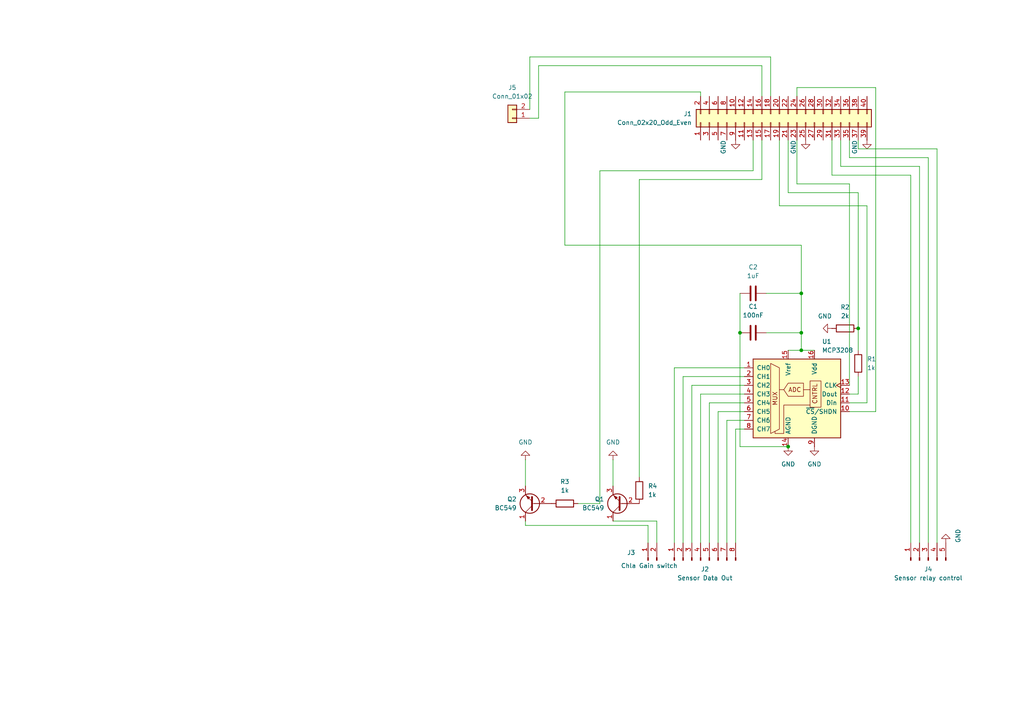
<source format=kicad_sch>
(kicad_sch (version 20231120) (generator "eeschema") (generator_version "8.0")
  (paper "A4")
  (lib_symbols
    (symbol "Analog_ADC:MCP3208" (pin_names (offset 1.016))
      (property "Reference" "U" (at -5.08 13.335 0))
      (property "Value" "MCP3208" (at -5.08 11.43 0))
      (symbol "MCP3208_0_0"
        (text "ADC" (at -0.635 1.27 0) (effects (font (size 1.27 1.27))))
        (text "CNTRL" (at 5.969 -2.921 900) (effects (font (size 1.27 1.27)) (justify left bottom)))
        (text "MUX" (at -6.35 -1.27 900) (effects (font (size 1.27 1.27))))
      )
      (symbol "MCP3208_0_1"
        (polyline (pts (xy -3.81 1.27) (xy -5.08 1.27)))
        (polyline (pts (xy 1.905 1.27) (xy 3.81 1.27)))
        (polyline (pts (xy -7.62 8.89) (xy -7.62 -11.43) (xy -5.08 -10.16) (xy -5.08 7.62) (xy -7.62 8.89)))
        (polyline (pts (xy 3.81 -3.175) (xy -3.81 -3.175) (xy -3.81 -11.43) (xy -6.35 -11.43) (xy -6.35 -10.795)))
        (polyline (pts (xy 1.905 3.175) (xy 1.905 -0.635) (xy -2.54 -0.635) (xy -3.81 1.27) (xy -2.54 3.175) (xy 1.905 3.175)))
        (rectangle (start 3.81 -3.81) (end 6.985 3.81))
        (rectangle (start 12.7 -12.7) (end -12.7 10.16) (stroke (width 0.254)) (fill (type background)))
      )
      (symbol "MCP3208_1_1"
        (pin input line (at -15.24 7.62 0) (length 2.54) (name "CH0") (number "1"))
        (pin input line (at 15.24 -5.08 180) (length 2.54) (name "~{CS}/SHDN") (number "10"))
        (pin input line (at 15.24 -2.54 180) (length 2.54) (name "Din") (number "11"))
        (pin output line (at 15.24 0 180) (length 2.54) (name "Dout") (number "12"))
        (pin input clock (at 15.24 2.54 180) (length 2.54) (name "CLK") (number "13"))
        (pin power_in line (at -2.54 -15.24 90) (length 2.54) (name "AGND") (number "14"))
        (pin power_in line (at -2.54 12.7 270) (length 2.54) (name "Vref") (number "15"))
        (pin power_in line (at 5.08 12.7 270) (length 2.54) (name "Vdd") (number "16"))
        (pin input line (at -15.24 5.08 0) (length 2.54) (name "CH1") (number "2"))
        (pin input line (at -15.24 2.54 0) (length 2.54) (name "CH2") (number "3"))
        (pin input line (at -15.24 0 0) (length 2.54) (name "CH3") (number "4"))
        (pin input line (at -15.24 -2.54 0) (length 2.54) (name "CH4") (number "5"))
        (pin input line (at -15.24 -5.08 0) (length 2.54) (name "CH5") (number "6"))
        (pin input line (at -15.24 -7.62 0) (length 2.54) (name "CH6") (number "7"))
        (pin input line (at -15.24 -10.16 0) (length 2.54) (name "CH7") (number "8"))
        (pin power_in line (at 5.08 -15.24 90) (length 2.54) (name "DGND") (number "9"))
      )
    )
    (symbol "Connector:Conn_01x02_Pin" (pin_names (offset 1.016) hide)
      (property "Reference" "J" (at 0 2.54 0))
      (property "Value" "Conn_01x02_Pin" (at 0 -5.08 0))
      (symbol "Conn_01x02_Pin_1_1"
        (polyline (pts (xy 1.27 -2.54) (xy 0.8636 -2.54)) (stroke (width 0.1524)))
        (polyline (pts (xy 1.27 0) (xy 0.8636 0)) (stroke (width 0.1524)))
        (rectangle (start 0.8636 -2.413) (end 0 -2.667) (stroke (width 0.1524)) (fill (type outline)))
        (rectangle (start 0.8636 0.127) (end 0 -0.127) (stroke (width 0.1524)) (fill (type outline)))
        (pin passive line (at 5.08 0 180) (length 3.81) (name "Pin_1") (number "1"))
        (pin passive line (at 5.08 -2.54 180) (length 3.81) (name "Pin_2") (number "2"))
      )
    )
    (symbol "Connector:Conn_01x05_Pin" (pin_names (offset 1.016) hide)
      (property "Reference" "J" (at 0 7.62 0))
      (property "Value" "Conn_01x05_Pin" (at 0 -7.62 0))
      (symbol "Conn_01x05_Pin_1_1"
        (polyline (pts (xy 1.27 -5.08) (xy 0.8636 -5.08)) (stroke (width 0.1524)))
        (polyline (pts (xy 1.27 -2.54) (xy 0.8636 -2.54)) (stroke (width 0.1524)))
        (polyline (pts (xy 1.27 0) (xy 0.8636 0)) (stroke (width 0.1524)))
        (polyline (pts (xy 1.27 2.54) (xy 0.8636 2.54)) (stroke (width 0.1524)))
        (polyline (pts (xy 1.27 5.08) (xy 0.8636 5.08)) (stroke (width 0.1524)))
        (rectangle (start 0.8636 -4.953) (end 0 -5.207) (stroke (width 0.1524)) (fill (type outline)))
        (rectangle (start 0.8636 -2.413) (end 0 -2.667) (stroke (width 0.1524)) (fill (type outline)))
        (rectangle (start 0.8636 0.127) (end 0 -0.127) (stroke (width 0.1524)) (fill (type outline)))
        (rectangle (start 0.8636 2.667) (end 0 2.413) (stroke (width 0.1524)) (fill (type outline)))
        (rectangle (start 0.8636 5.207) (end 0 4.953) (stroke (width 0.1524)) (fill (type outline)))
        (pin passive line (at 5.08 5.08 180) (length 3.81) (name "Pin_1") (number "1"))
        (pin passive line (at 5.08 2.54 180) (length 3.81) (name "Pin_2") (number "2"))
        (pin passive line (at 5.08 0 180) (length 3.81) (name "Pin_3") (number "3"))
        (pin passive line (at 5.08 -2.54 180) (length 3.81) (name "Pin_4") (number "4"))
        (pin passive line (at 5.08 -5.08 180) (length 3.81) (name "Pin_5") (number "5"))
      )
    )
    (symbol "Connector:Conn_01x08_Pin" (pin_names (offset 1.016) hide)
      (property "Reference" "J" (at 0 10.16 0))
      (property "Value" "Conn_01x08_Pin" (at 0 -12.7 0))
      (symbol "Conn_01x08_Pin_1_1"
        (polyline (pts (xy 1.27 -10.16) (xy 0.8636 -10.16)) (stroke (width 0.1524)))
        (polyline (pts (xy 1.27 -7.62) (xy 0.8636 -7.62)) (stroke (width 0.1524)))
        (polyline (pts (xy 1.27 -5.08) (xy 0.8636 -5.08)) (stroke (width 0.1524)))
        (polyline (pts (xy 1.27 -2.54) (xy 0.8636 -2.54)) (stroke (width 0.1524)))
        (polyline (pts (xy 1.27 0) (xy 0.8636 0)) (stroke (width 0.1524)))
        (polyline (pts (xy 1.27 2.54) (xy 0.8636 2.54)) (stroke (width 0.1524)))
        (polyline (pts (xy 1.27 5.08) (xy 0.8636 5.08)) (stroke (width 0.1524)))
        (polyline (pts (xy 1.27 7.62) (xy 0.8636 7.62)) (stroke (width 0.1524)))
        (rectangle (start 0.8636 -10.033) (end 0 -10.287) (stroke (width 0.1524)) (fill (type outline)))
        (rectangle (start 0.8636 -7.493) (end 0 -7.747) (stroke (width 0.1524)) (fill (type outline)))
        (rectangle (start 0.8636 -4.953) (end 0 -5.207) (stroke (width 0.1524)) (fill (type outline)))
        (rectangle (start 0.8636 -2.413) (end 0 -2.667) (stroke (width 0.1524)) (fill (type outline)))
        (rectangle (start 0.8636 0.127) (end 0 -0.127) (stroke (width 0.1524)) (fill (type outline)))
        (rectangle (start 0.8636 2.667) (end 0 2.413) (stroke (width 0.1524)) (fill (type outline)))
        (rectangle (start 0.8636 5.207) (end 0 4.953) (stroke (width 0.1524)) (fill (type outline)))
        (rectangle (start 0.8636 7.747) (end 0 7.493) (stroke (width 0.1524)) (fill (type outline)))
        (pin passive line (at 5.08 7.62 180) (length 3.81) (name "Pin_1") (number "1"))
        (pin passive line (at 5.08 5.08 180) (length 3.81) (name "Pin_2") (number "2"))
        (pin passive line (at 5.08 2.54 180) (length 3.81) (name "Pin_3") (number "3"))
        (pin passive line (at 5.08 0 180) (length 3.81) (name "Pin_4") (number "4"))
        (pin passive line (at 5.08 -2.54 180) (length 3.81) (name "Pin_5") (number "5"))
        (pin passive line (at 5.08 -5.08 180) (length 3.81) (name "Pin_6") (number "6"))
        (pin passive line (at 5.08 -7.62 180) (length 3.81) (name "Pin_7") (number "7"))
        (pin passive line (at 5.08 -10.16 180) (length 3.81) (name "Pin_8") (number "8"))
      )
    )
    (symbol "Connector_Generic:Conn_01x02" (pin_names (offset 1.016) hide)
      (property "Reference" "J" (at 0 2.54 0))
      (property "Value" "Conn_01x02" (at 0 -5.08 0))
      (symbol "Conn_01x02_1_1"
        (rectangle (start -1.27 -2.413) (end 0 -2.667) (stroke (width 0.1524)))
        (rectangle (start -1.27 0.127) (end 0 -0.127) (stroke (width 0.1524)))
        (rectangle (start -1.27 1.27) (end 1.27 -3.81) (stroke (width 0.254)) (fill (type background)))
        (pin passive line (at -5.08 0 0) (length 3.81) (name "Pin_1") (number "1"))
        (pin passive line (at -5.08 -2.54 0) (length 3.81) (name "Pin_2") (number "2"))
      )
    )
    (symbol "Connector_Generic:Conn_02x20_Odd_Even" (pin_names (offset 1.016) hide)
      (property "Reference" "J" (at 1.27 25.4 0))
      (property "Value" "Conn_02x20_Odd_Even" (at 1.27 -27.94 0))
      (symbol "Conn_02x20_Odd_Even_1_1"
        (rectangle (start -1.27 -25.273) (end 0 -25.527) (stroke (width 0.1524)))
        (rectangle (start -1.27 -22.733) (end 0 -22.987) (stroke (width 0.1524)))
        (rectangle (start -1.27 -20.193) (end 0 -20.447) (stroke (width 0.1524)))
        (rectangle (start -1.27 -17.653) (end 0 -17.907) (stroke (width 0.1524)))
        (rectangle (start -1.27 -15.113) (end 0 -15.367) (stroke (width 0.1524)))
        (rectangle (start -1.27 -12.573) (end 0 -12.827) (stroke (width 0.1524)))
        (rectangle (start -1.27 -10.033) (end 0 -10.287) (stroke (width 0.1524)))
        (rectangle (start -1.27 -7.493) (end 0 -7.747) (stroke (width 0.1524)))
        (rectangle (start -1.27 -4.953) (end 0 -5.207) (stroke (width 0.1524)))
        (rectangle (start -1.27 -2.413) (end 0 -2.667) (stroke (width 0.1524)))
        (rectangle (start -1.27 0.127) (end 0 -0.127) (stroke (width 0.1524)))
        (rectangle (start -1.27 2.667) (end 0 2.413) (stroke (width 0.1524)))
        (rectangle (start -1.27 5.207) (end 0 4.953) (stroke (width 0.1524)))
        (rectangle (start -1.27 7.747) (end 0 7.493) (stroke (width 0.1524)))
        (rectangle (start -1.27 10.287) (end 0 10.033) (stroke (width 0.1524)))
        (rectangle (start -1.27 12.827) (end 0 12.573) (stroke (width 0.1524)))
        (rectangle (start -1.27 15.367) (end 0 15.113) (stroke (width 0.1524)))
        (rectangle (start -1.27 17.907) (end 0 17.653) (stroke (width 0.1524)))
        (rectangle (start -1.27 20.447) (end 0 20.193) (stroke (width 0.1524)))
        (rectangle (start -1.27 22.987) (end 0 22.733) (stroke (width 0.1524)))
        (rectangle (start -1.27 24.13) (end 3.81 -26.67) (stroke (width 0.254)) (fill (type background)))
        (rectangle (start 3.81 -25.273) (end 2.54 -25.527) (stroke (width 0.1524)))
        (rectangle (start 3.81 -22.733) (end 2.54 -22.987) (stroke (width 0.1524)))
        (rectangle (start 3.81 -20.193) (end 2.54 -20.447) (stroke (width 0.1524)))
        (rectangle (start 3.81 -17.653) (end 2.54 -17.907) (stroke (width 0.1524)))
        (rectangle (start 3.81 -15.113) (end 2.54 -15.367) (stroke (width 0.1524)))
        (rectangle (start 3.81 -12.573) (end 2.54 -12.827) (stroke (width 0.1524)))
        (rectangle (start 3.81 -10.033) (end 2.54 -10.287) (stroke (width 0.1524)))
        (rectangle (start 3.81 -7.493) (end 2.54 -7.747) (stroke (width 0.1524)))
        (rectangle (start 3.81 -4.953) (end 2.54 -5.207) (stroke (width 0.1524)))
        (rectangle (start 3.81 -2.413) (end 2.54 -2.667) (stroke (width 0.1524)))
        (rectangle (start 3.81 0.127) (end 2.54 -0.127) (stroke (width 0.1524)))
        (rectangle (start 3.81 2.667) (end 2.54 2.413) (stroke (width 0.1524)))
        (rectangle (start 3.81 5.207) (end 2.54 4.953) (stroke (width 0.1524)))
        (rectangle (start 3.81 7.747) (end 2.54 7.493) (stroke (width 0.1524)))
        (rectangle (start 3.81 10.287) (end 2.54 10.033) (stroke (width 0.1524)))
        (rectangle (start 3.81 12.827) (end 2.54 12.573) (stroke (width 0.1524)))
        (rectangle (start 3.81 15.367) (end 2.54 15.113) (stroke (width 0.1524)))
        (rectangle (start 3.81 17.907) (end 2.54 17.653) (stroke (width 0.1524)))
        (rectangle (start 3.81 20.447) (end 2.54 20.193) (stroke (width 0.1524)))
        (rectangle (start 3.81 22.987) (end 2.54 22.733) (stroke (width 0.1524)))
        (pin passive line (at -5.08 22.86 0) (length 3.81) (name "Pin_1") (number "1"))
        (pin passive line (at 7.62 12.7 180) (length 3.81) (name "Pin_10") (number "10"))
        (pin passive line (at -5.08 10.16 0) (length 3.81) (name "Pin_11") (number "11"))
        (pin passive line (at 7.62 10.16 180) (length 3.81) (name "Pin_12") (number "12"))
        (pin passive line (at -5.08 7.62 0) (length 3.81) (name "Pin_13") (number "13"))
        (pin passive line (at 7.62 7.62 180) (length 3.81) (name "Pin_14") (number "14"))
        (pin passive line (at -5.08 5.08 0) (length 3.81) (name "Pin_15") (number "15"))
        (pin passive line (at 7.62 5.08 180) (length 3.81) (name "Pin_16") (number "16"))
        (pin passive line (at -5.08 2.54 0) (length 3.81) (name "Pin_17") (number "17"))
        (pin passive line (at 7.62 2.54 180) (length 3.81) (name "Pin_18") (number "18"))
        (pin passive line (at -5.08 0 0) (length 3.81) (name "Pin_19") (number "19"))
        (pin passive line (at 7.62 22.86 180) (length 3.81) (name "Pin_2") (number "2"))
        (pin passive line (at 7.62 0 180) (length 3.81) (name "Pin_20") (number "20"))
        (pin passive line (at -5.08 -2.54 0) (length 3.81) (name "Pin_21") (number "21"))
        (pin passive line (at 7.62 -2.54 180) (length 3.81) (name "Pin_22") (number "22"))
        (pin passive line (at -5.08 -5.08 0) (length 3.81) (name "Pin_23") (number "23"))
        (pin passive line (at 7.62 -5.08 180) (length 3.81) (name "Pin_24") (number "24"))
        (pin passive line (at -5.08 -7.62 0) (length 3.81) (name "Pin_25") (number "25"))
        (pin passive line (at 7.62 -7.62 180) (length 3.81) (name "Pin_26") (number "26"))
        (pin passive line (at -5.08 -10.16 0) (length 3.81) (name "Pin_27") (number "27"))
        (pin passive line (at 7.62 -10.16 180) (length 3.81) (name "Pin_28") (number "28"))
        (pin passive line (at -5.08 -12.7 0) (length 3.81) (name "Pin_29") (number "29"))
        (pin passive line (at -5.08 20.32 0) (length 3.81) (name "Pin_3") (number "3"))
        (pin passive line (at 7.62 -12.7 180) (length 3.81) (name "Pin_30") (number "30"))
        (pin passive line (at -5.08 -15.24 0) (length 3.81) (name "Pin_31") (number "31"))
        (pin passive line (at 7.62 -15.24 180) (length 3.81) (name "Pin_32") (number "32"))
        (pin passive line (at -5.08 -17.78 0) (length 3.81) (name "Pin_33") (number "33"))
        (pin passive line (at 7.62 -17.78 180) (length 3.81) (name "Pin_34") (number "34"))
        (pin passive line (at -5.08 -20.32 0) (length 3.81) (name "Pin_35") (number "35"))
        (pin passive line (at 7.62 -20.32 180) (length 3.81) (name "Pin_36") (number "36"))
        (pin passive line (at -5.08 -22.86 0) (length 3.81) (name "Pin_37") (number "37"))
        (pin passive line (at 7.62 -22.86 180) (length 3.81) (name "Pin_38") (number "38"))
        (pin passive line (at -5.08 -25.4 0) (length 3.81) (name "Pin_39") (number "39"))
        (pin passive line (at 7.62 20.32 180) (length 3.81) (name "Pin_4") (number "4"))
        (pin passive line (at 7.62 -25.4 180) (length 3.81) (name "Pin_40") (number "40"))
        (pin passive line (at -5.08 17.78 0) (length 3.81) (name "Pin_5") (number "5"))
        (pin passive line (at 7.62 17.78 180) (length 3.81) (name "Pin_6") (number "6"))
        (pin passive line (at -5.08 15.24 0) (length 3.81) (name "Pin_7") (number "7"))
        (pin passive line (at 7.62 15.24 180) (length 3.81) (name "Pin_8") (number "8"))
        (pin passive line (at -5.08 12.7 0) (length 3.81) (name "Pin_9") (number "9"))
      )
    )
    (symbol "Device:C" (pin_numbers hide) (pin_names (offset 0.254))
      (property "Reference" "C" (at 0.635 2.54 0))
      (property "Value" "C" (at 0.635 -2.54 0))
      (symbol "C_0_1"
        (polyline (pts (xy -2.032 -0.762) (xy 2.032 -0.762)) (stroke (width 0.508)))
        (polyline (pts (xy -2.032 0.762) (xy 2.032 0.762)) (stroke (width 0.508)))
      )
      (symbol "C_1_1"
        (pin passive line (at 0 3.81 270) (length 2.794) (name "~") (number "1"))
        (pin passive line (at 0 -3.81 90) (length 2.794) (name "~") (number "2"))
      )
    )
    (symbol "Device:R" (pin_numbers hide) (pin_names (offset 0))
      (property "Reference" "R" (at 2.032 0 90))
      (property "Value" "R" (at 0 0 90))
      (symbol "R_0_1"
        (rectangle (start -1.016 -2.54) (end 1.016 2.54) (stroke (width 0.254)))
      )
      (symbol "R_1_1"
        (pin passive line (at 0 3.81 270) (length 1.27) (name "~") (number "1"))
        (pin passive line (at 0 -3.81 90) (length 1.27) (name "~") (number "2"))
      )
    )
    (symbol "Transistor_BJT:BC549" (pin_names (offset 0) hide)
      (property "Reference" "Q" (at 5.08 1.905 0))
      (property "Value" "BC549" (at 5.08 0 0))
      (symbol "BC549_0_1"
        (polyline (pts (xy 0 0) (xy 0.635 0)))
        (polyline (pts (xy 0.635 0.635) (xy 2.54 2.54)))
        (polyline (pts (xy 0.635 -0.635) (xy 2.54 -2.54) (xy 2.54 -2.54)))
        (polyline (pts (xy 0.635 1.905) (xy 0.635 -1.905) (xy 0.635 -1.905)) (stroke (width 0.508)))
        (polyline (pts (xy 1.27 -1.778) (xy 1.778 -1.27) (xy 2.286 -2.286) (xy 1.27 -1.778) (xy 1.27 -1.778)) (fill (type outline)))
        (circle (center 1.27 0) (radius 2.8194) (stroke (width 0.254)))
      )
      (symbol "BC549_1_1"
        (pin passive line (at 2.54 5.08 270) (length 2.54) (name "C") (number "1"))
        (pin input line (at -5.08 0 0) (length 5.08) (name "B") (number "2"))
        (pin passive line (at 2.54 -5.08 90) (length 2.54) (name "E") (number "3"))
      )
    )
    (symbol "power:GND" (power) (pin_numbers hide) (pin_names (offset 0) hide)
      (property "Value" "GND" (at 0 -3.81 0))
      (symbol "GND_0_1"
        (polyline (pts (xy 0 0) (xy 0 -1.27) (xy 1.27 -1.27) (xy 0 -2.54) (xy -1.27 -1.27) (xy 0 -1.27)))
      )
      (symbol "GND_1_1"
        (pin power_in line (at 0 0 270) (length 0) (name "~") (number "1"))
      )
    )
    (symbol "power:GNDPWR" (power) (pin_numbers hide) (pin_names (offset 0) hide)
      (property "Value" "GNDPWR" (at 0 -3.302 0))
      (symbol "GNDPWR_0_1"
        (polyline (pts (xy 0 -1.27) (xy 0 0)))
        (polyline (pts (xy -1.016 -1.27) (xy -1.27 -2.032) (xy -1.27 -2.032)) (stroke (width 0.2032)))
        (polyline (pts (xy -0.508 -1.27) (xy -0.762 -2.032) (xy -0.762 -2.032)) (stroke (width 0.2032)))
        (polyline (pts (xy 0 -1.27) (xy -0.254 -2.032) (xy -0.254 -2.032)) (stroke (width 0.2032)))
        (polyline (pts (xy 0.508 -1.27) (xy 0.254 -2.032) (xy 0.254 -2.032)) (stroke (width 0.2032)))
        (polyline (pts (xy 1.016 -1.27) (xy -1.016 -1.27) (xy -1.016 -1.27)) (stroke (width 0.2032)))
        (polyline (pts (xy 1.016 -1.27) (xy 0.762 -2.032) (xy 0.762 -2.032) (xy 0.762 -2.032)) (stroke (width 0.2032)))
      )
      (symbol "GNDPWR_1_1"
        (pin power_in line (at 0 0 270) (length 0) (name "~") (number "1"))
      )
    )
  )
  (junction (at 248.92 95.25))
  (junction (at 232.41 96.52))
  (junction (at 232.41 101.6))
  (junction (at 214.63 96.52))
  (junction (at 232.41 85.09))
  (junction (at 228.6 129.54))
  (wire (pts (xy 214.63 85.09) (xy 214.63 96.52)))
  (wire (pts (xy 248.92 114.3) (xy 248.92 109.22)))
  (wire (pts (xy 251.46 59.69) (xy 226.06 59.69)))
  (wire (pts (xy 271.78 43.18) (xy 271.78 157.48)))
  (wire (pts (xy 264.16 50.8) (xy 241.3 50.8)))
  (wire (pts (xy 200.66 111.76) (xy 200.66 157.48)))
  (wire (pts (xy 213.36 124.46) (xy 215.9 124.46)))
  (wire (pts (xy 215.9 111.76) (xy 200.66 111.76)))
  (wire (pts (xy 163.83 71.12) (xy 163.83 26.67)))
  (wire (pts (xy 266.7 157.48) (xy 266.7 48.26)))
  (wire (pts (xy 269.24 157.48) (xy 269.24 45.72)))
  (wire (pts (xy 185.42 52.07) (xy 185.42 138.43)))
  (wire (pts (xy 232.41 101.6) (xy 232.41 96.52)))
  (wire (pts (xy 205.74 116.84) (xy 205.74 157.48)))
  (wire (pts (xy 185.42 52.07) (xy 220.98 52.07)))
  (wire (pts (xy 269.24 45.72) (xy 246.38 45.72)))
  (wire (pts (xy 187.96 152.4) (xy 152.4 152.4)))
  (wire (pts (xy 203.2 114.3) (xy 203.2 157.48)))
  (wire (pts (xy 228.6 40.64) (xy 228.6 55.88)))
  (wire (pts (xy 241.3 40.64) (xy 241.3 50.8)))
  (wire (pts (xy 220.98 27.94) (xy 220.98 19.05)))
  (wire (pts (xy 215.9 121.92) (xy 210.82 121.92)))
  (wire (pts (xy 152.4 133.35) (xy 152.4 140.97)))
  (wire (pts (xy 187.96 157.48) (xy 187.96 152.4)))
  (wire (pts (xy 246.38 53.34) (xy 231.14 53.34)))
  (wire (pts (xy 248.92 55.88) (xy 228.6 55.88)))
  (wire (pts (xy 248.92 95.25) (xy 248.92 55.88)))
  (wire (pts (xy 231.14 53.34) (xy 231.14 40.64)))
  (wire (pts (xy 231.14 25.4) (xy 231.14 27.94)))
  (wire (pts (xy 156.21 19.05) (xy 156.21 34.29)))
  (wire (pts (xy 232.41 101.6) (xy 236.22 101.6)))
  (wire (pts (xy 254 25.4) (xy 231.14 25.4)))
  (wire (pts (xy 222.25 85.09) (xy 232.41 85.09)))
  (wire (pts (xy 163.83 26.67) (xy 203.2 26.67)))
  (wire (pts (xy 198.12 109.22) (xy 198.12 157.48)))
  (wire (pts (xy 226.06 59.69) (xy 226.06 40.64)))
  (wire (pts (xy 220.98 52.07) (xy 220.98 40.64)))
  (wire (pts (xy 177.8 133.35) (xy 177.8 140.97)))
  (wire (pts (xy 210.82 121.92) (xy 210.82 157.48)))
  (wire (pts (xy 246.38 40.64) (xy 246.38 45.72)))
  (wire (pts (xy 228.6 101.6) (xy 232.41 101.6)))
  (wire (pts (xy 214.63 129.54) (xy 228.6 129.54)))
  (wire (pts (xy 254 119.38) (xy 254 25.4)))
  (wire (pts (xy 232.41 96.52) (xy 232.41 85.09)))
  (wire (pts (xy 232.41 85.09) (xy 232.41 71.12)))
  (wire (pts (xy 215.9 109.22) (xy 198.12 109.22)))
  (wire (pts (xy 264.16 157.48) (xy 264.16 50.8)))
  (wire (pts (xy 167.64 146.05) (xy 173.99 146.05)))
  (wire (pts (xy 152.4 151.13) (xy 152.4 152.4)))
  (wire (pts (xy 205.74 116.84) (xy 215.9 116.84)))
  (wire (pts (xy 246.38 53.34) (xy 246.38 111.76)))
  (wire (pts (xy 220.98 19.05) (xy 156.21 19.05)))
  (wire (pts (xy 246.38 116.84) (xy 251.46 116.84)))
  (wire (pts (xy 248.92 40.64) (xy 248.92 43.18)))
  (wire (pts (xy 173.99 49.53) (xy 173.99 146.05)))
  (wire (pts (xy 243.84 40.64) (xy 243.84 48.26)))
  (wire (pts (xy 223.52 16.51) (xy 223.52 27.94)))
  (wire (pts (xy 173.99 49.53) (xy 218.44 49.53)))
  (wire (pts (xy 266.7 48.26) (xy 243.84 48.26)))
  (wire (pts (xy 213.36 124.46) (xy 213.36 157.48)))
  (wire (pts (xy 215.9 114.3) (xy 203.2 114.3)))
  (wire (pts (xy 214.63 96.52) (xy 214.63 129.54)))
  (wire (pts (xy 222.25 96.52) (xy 232.41 96.52)))
  (wire (pts (xy 195.58 106.68) (xy 195.58 157.48)))
  (wire (pts (xy 203.2 26.67) (xy 203.2 27.94)))
  (wire (pts (xy 232.41 71.12) (xy 163.83 71.12)))
  (wire (pts (xy 248.92 95.25) (xy 248.92 101.6)))
  (wire (pts (xy 208.28 119.38) (xy 208.28 157.48)))
  (wire (pts (xy 190.5 157.48) (xy 190.5 151.13)))
  (wire (pts (xy 248.92 43.18) (xy 271.78 43.18)))
  (wire (pts (xy 153.67 34.29) (xy 156.21 34.29)))
  (wire (pts (xy 177.8 151.13) (xy 190.5 151.13)))
  (wire (pts (xy 195.58 106.68) (xy 215.9 106.68)))
  (wire (pts (xy 153.67 31.75) (xy 153.67 16.51)))
  (wire (pts (xy 208.28 119.38) (xy 215.9 119.38)))
  (wire (pts (xy 246.38 114.3) (xy 248.92 114.3)))
  (wire (pts (xy 251.46 116.84) (xy 251.46 59.69)))
  (wire (pts (xy 246.38 119.38) (xy 254 119.38)))
  (wire (pts (xy 153.67 16.51) (xy 223.52 16.51)))
  (wire (pts (xy 218.44 49.53) (xy 218.44 40.64)))
  (symbol (lib_id "Device:R") (at 245.11 95.25 90) (unit 1)
    (property "Reference" "R2" (at 245.11 89.0908 90))
    (property "Value" "2k" (at 245.11 91.6308 90))
    (property "Footprint" "Resistor_THT:R_Axial_DIN0204_L3.6mm_D1.6mm_P5.08mm_Horizontal" (effects (hide yes)))
    (property "Description" "Resistor" (effects (hide yes)))
  )
  (symbol (lib_id "power:GND") (at 213.36 40.64 0) (unit 1)
    (property "Reference" "#PWR02" (effects (hide yes)))
    (property "Value" "GND" (at 209.804 40.64 90) (effects (justify right)))
    (property "Description" "Power symbol creates a global label with name \"GND\" , ground" (effects (hide yes)))
  )
  (symbol (lib_id "power:GND") (at 236.22 129.54 0) (unit 1)
    (property "Reference" "#PWR01" (effects (hide yes)))
    (property "Value" "GND" (at 236.22 134.62 0))
    (property "Description" "Power symbol creates a global label with name \"GND\" , ground" (effects (hide yes)))
  )
  (symbol (lib_id "Transistor_BJT:BC549") (at 180.34 146.05 180) (unit 1)
    (property "Reference" "Q1" (at 175.26 144.7799 0) (effects (justify left)))
    (property "Value" "BC549" (at 175.26 147.3199 0) (effects (justify left)))
    (property "Footprint" "Package_TO_SOT_THT:TO-92_Inline" (effects (hide yes)))
    (property "Datasheet" "https://www.onsemi.com/pub/Collateral/BC550-D.pdf" (effects (hide yes)))
    (property "Description" "0.1A Ic, 30V Vce, Small Signal NPN Transistor, TO-92" (effects (hide yes)))
  )
  (symbol (lib_id "Device:C") (at 218.44 96.52 90) (unit 1)
    (property "Reference" "C1" (at 218.44 88.9 90))
    (property "Value" "100nF" (at 218.44 91.44 90))
    (property "Footprint" "Capacitor_THT:C_Disc_D3.0mm_W1.6mm_P2.50mm" (effects (hide yes)))
    (property "Description" "Unpolarized capacitor" (effects (hide yes)))
  )
  (symbol (lib_id "Device:R") (at 163.83 146.05 90) (unit 1)
    (property "Reference" "R3" (at 163.83 139.7 90))
    (property "Value" "1k" (at 163.83 142.24 90))
    (property "Footprint" "Resistor_THT:R_Axial_DIN0204_L3.6mm_D1.6mm_P5.08mm_Horizontal" (effects (hide yes)))
    (property "Description" "Resistor" (effects (hide yes)))
  )
  (symbol (lib_id "Device:C") (at 218.44 85.09 90) (unit 1)
    (property "Reference" "C2" (at 218.44 77.47 90))
    (property "Value" "1uF" (at 218.44 80.01 90))
    (property "Footprint" "Capacitor_THT:C_Disc_D3.0mm_W1.6mm_P2.50mm" (effects (hide yes)))
    (property "Description" "Unpolarized capacitor" (effects (hide yes)))
  )
  (symbol (lib_id "power:GND") (at 274.32 157.48 180) (unit 1)
    (property "Reference" "#PWR09" (effects (hide yes)))
    (property "Value" "GND" (at 277.876 157.48 90) (effects (justify right)))
    (property "Description" "Power symbol creates a global label with name \"GND\" , ground" (effects (hide yes)))
  )
  (symbol (lib_id "Analog_ADC:MCP3208") (at 231.14 114.3 0) (unit 1)
    (property "Reference" "U1" (at 238.4141 99.06 0) (effects (justify left)))
    (property "Value" "MCP3208" (at 238.4141 101.6 0) (effects (justify left)))
    (property "Footprint" "mcp3208:PDIP16_300MC_MCH" (effects (hide yes)))
    (property "Datasheet" "http://ww1.microchip.com/downloads/en/DeviceDoc/21298c.pdf" (effects (hide yes)))
    (property "Description" "A/D Converter, 12-Bit, 8-Channel, SPI Interface , 2.7V-5.5V" (effects (hide yes)))
  )
  (symbol (lib_id "power:GNDPWR") (at 407.67 39.37 0) (unit 1)
    (property "Reference" "#PWR07" (effects (hide yes)))
    (property "Value" "GNDPWR" (effects (hide yes)))
    (property "Description" "Power symbol creates a global label with name \"GNDPWR\" , global ground" (effects (hide yes)))
  )
  (symbol (lib_id "power:GND") (at 152.4 133.35 180) (unit 1)
    (property "Reference" "#PWR06" (effects (hide yes)))
    (property "Value" "GND" (at 152.4 128.27 0))
    (property "Description" "Power symbol creates a global label with name \"GND\" , ground" (effects (hide yes)))
  )
  (symbol (lib_id "power:GND") (at 241.3 95.25 270) (unit 1)
    (property "Reference" "#PWR03" (effects (hide yes)))
    (property "Value" "GND" (at 241.3 91.694 90) (effects (justify right)))
    (property "Description" "Power symbol creates a global label with name \"GND\" , ground" (effects (hide yes)))
  )
  (symbol (lib_id "power:GND") (at 233.68 40.64 0) (unit 1)
    (property "Reference" "#PWR04" (effects (hide yes)))
    (property "Value" "GND" (at 230.124 40.64 90) (effects (justify right)))
    (property "Description" "Power symbol creates a global label with name \"GND\" , ground" (effects (hide yes)))
  )
  (symbol (lib_id "power:GND") (at 228.6 129.54 0) (unit 1)
    (property "Reference" "#PWR010" (effects (hide yes)))
    (property "Value" "GND" (at 228.6 134.62 0))
    (property "Description" "Power symbol creates a global label with name \"GND\" , ground" (effects (hide yes)))
  )
  (symbol (lib_id "Connector:Conn_01x02_Pin") (at 187.96 162.56 90) (unit 1)
    (property "Reference" "J3" (at 181.864 160.274 90) (effects (justify right)))
    (property "Value" "Chla Gain switch" (at 180.086 164.084 90) (effects (justify right)))
    (property "Footprint" "Connector_PinSocket_2.54mm:PinSocket_1x02_P2.54mm_Horizontal" (effects (hide yes)))
    (property "Description" "Generic connector, single row, 01x02, script generated" (effects (hide yes)))
  )
  (symbol (lib_id "Connector:Conn_01x08_Pin") (at 203.2 162.56 90) (unit 1)
    (property "Reference" "J2" (at 204.47 165.1 90))
    (property "Value" "Sensor Data Out" (at 204.47 167.64 90))
    (property "Footprint" "Connector_PinSocket_2.54mm:PinSocket_1x08_P2.54mm_Horizontal" (effects (hide yes)))
    (property "Description" "Generic connector, single row, 01x08, script generated" (effects (hide yes)))
  )
  (symbol (lib_id "Connector_Generic:Conn_01x02") (at 148.59 34.29 180) (unit 1)
    (property "Reference" "J5" (at 148.59 25.4 0))
    (property "Value" "Conn_01x02" (at 148.59 27.94 0))
    (property "Footprint" "Connector_PinSocket_2.54mm:PinSocket_1x02_P2.54mm_Horizontal" (effects (hide yes)))
    (property "Description" "Generic connector, single row, 01x02, script generated (kicad-library-utils/schlib/autogen/connector/)" (effects (hide yes)))
  )
  (symbol (lib_id "power:GND") (at 251.46 40.64 0) (unit 1)
    (property "Reference" "#PWR05" (effects (hide yes)))
    (property "Value" "GND" (at 247.904 40.64 90) (effects (justify right)))
    (property "Description" "Power symbol creates a global label with name \"GND\" , ground" (effects (hide yes)))
  )
  (symbol (lib_id "Transistor_BJT:BC549") (at 154.94 146.05 180) (unit 1)
    (property "Reference" "Q2" (at 149.86 144.7799 0) (effects (justify left)))
    (property "Value" "BC549" (at 149.86 147.3199 0) (effects (justify left)))
    (property "Footprint" "Package_TO_SOT_THT:TO-92_Inline" (effects (hide yes)))
    (property "Datasheet" "https://www.onsemi.com/pub/Collateral/BC550-D.pdf" (effects (hide yes)))
    (property "Description" "0.1A Ic, 30V Vce, Small Signal NPN Transistor, TO-92" (effects (hide yes)))
  )
  (symbol (lib_id "Device:R") (at 248.92 105.41 0) (unit 1)
    (property "Reference" "R1" (at 251.46 104.1399 0) (effects (justify left)))
    (property "Value" "1k" (at 251.46 106.6799 0) (effects (justify left)))
    (property "Footprint" "Resistor_THT:R_Axial_DIN0204_L3.6mm_D1.6mm_P5.08mm_Horizontal" (effects (hide yes)))
    (property "Description" "Resistor" (effects (hide yes)))
  )
  (symbol (lib_id "Connector_Generic:Conn_02x20_Odd_Even") (at 226.06 35.56 90) (unit 1)
    (property "Reference" "J1" (at 200.66 33.0199 90) (effects (justify left)))
    (property "Value" "Conn_02x20_Odd_Even" (at 200.66 35.5599 90) (effects (justify left)))
    (property "Footprint" "Connector_PinHeader_2.54mm:PinHeader_2x20_P2.54mm_Vertical" (effects (hide yes)))
    (property "Description" "Generic connector, double row, 02x20, odd/even pin numbering scheme (row 1 odd numbers, row 2 even numbers), script generated (kicad-library-utils/schlib/autogen/connector/)" (effects (hide yes)))
  )
  (symbol (lib_id "Connector:Conn_01x05_Pin") (at 269.24 162.56 90) (unit 1)
    (property "Reference" "J4" (at 269.24 165.1 90))
    (property "Value" "Sensor relay control" (at 269.24 167.64 90))
    (property "Footprint" "Connector_PinSocket_2.54mm:PinSocket_1x05_P2.54mm_Horizontal" (effects (hide yes)))
    (property "Description" "Generic connector, single row, 01x05, script generated" (effects (hide yes)))
  )
  (symbol (lib_id "power:GND") (at 177.8 133.35 180) (unit 1)
    (property "Reference" "#PWR08" (effects (hide yes)))
    (property "Value" "GND" (at 177.8 128.27 0))
    (property "Description" "Power symbol creates a global label with name \"GND\" , ground" (effects (hide yes)))
  )
  (symbol (lib_id "Device:R") (at 185.42 142.24 180) (unit 1)
    (property "Reference" "R4" (at 187.96 140.9699 0) (effects (justify right)))
    (property "Value" "1k" (at 187.96 143.5099 0) (effects (justify right)))
    (property "Footprint" "Resistor_THT:R_Axial_DIN0204_L3.6mm_D1.6mm_P5.08mm_Horizontal" (effects (hide yes)))
    (property "Description" "Resistor" (effects (hide yes)))
  )
)
</source>
